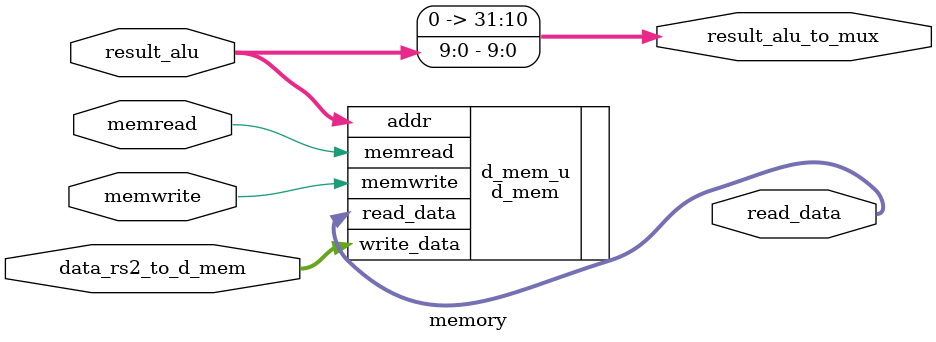
<source format=v>
module memory ( result_alu, data_rs2_to_d_mem,
				memwrite, memread,
				read_data, result_alu_to_mux);
				
input [9:0] result_alu;
input [31:0] data_rs2_to_d_mem;
input memwrite, memread;

output [31:0] read_data;
output [31:0] result_alu_to_mux;

///////////////////
assign result_alu_to_mux = result_alu;
///////////////////

d_mem d_mem_u
(
.addr(result_alu),
.write_data(data_rs2_to_d_mem),
.memwrite(memwrite), //connect to controller
.memread(memread), //connect to controller

.read_data(read_data) //connect to writeback
);

endmodule
</source>
